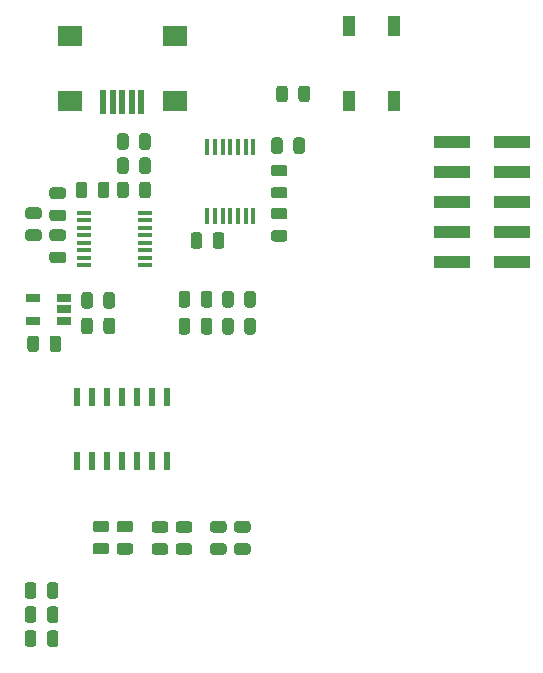
<source format=gtp>
%TF.GenerationSoftware,KiCad,Pcbnew,(5.1.6-0-10_14)*%
%TF.CreationDate,2020-07-28T22:12:12-04:00*%
%TF.ProjectId,uRemote,7552656d-6f74-4652-9e6b-696361645f70,rev?*%
%TF.SameCoordinates,Original*%
%TF.FileFunction,Paste,Top*%
%TF.FilePolarity,Positive*%
%FSLAX46Y46*%
G04 Gerber Fmt 4.6, Leading zero omitted, Abs format (unit mm)*
G04 Created by KiCad (PCBNEW (5.1.6-0-10_14)) date 2020-07-28 22:12:12*
%MOMM*%
%LPD*%
G01*
G04 APERTURE LIST*
%ADD10R,3.150000X1.000000*%
%ADD11R,0.450000X1.450000*%
%ADD12R,0.600000X1.500000*%
%ADD13R,0.500000X2.000000*%
%ADD14R,2.000000X1.700000*%
%ADD15R,1.000000X1.700000*%
%ADD16R,1.200000X0.400000*%
%ADD17R,1.220000X0.650000*%
G04 APERTURE END LIST*
D10*
%TO.C,J1*%
X65025000Y-41880000D03*
X59975000Y-41880000D03*
X65025000Y-39340000D03*
X59975000Y-39340000D03*
X65025000Y-36800000D03*
X59975000Y-36800000D03*
X65025000Y-34260000D03*
X59975000Y-34260000D03*
X65025000Y-31720000D03*
X59975000Y-31720000D03*
%TD*%
D11*
%TO.C,U4*%
X43116700Y-32092200D03*
X42466700Y-32092200D03*
X41816700Y-32092200D03*
X41166700Y-32092200D03*
X40516700Y-32092200D03*
X39866700Y-32092200D03*
X39216700Y-32092200D03*
X39216700Y-37992200D03*
X39866700Y-37992200D03*
X40516700Y-37992200D03*
X41166700Y-37992200D03*
X41816700Y-37992200D03*
X42466700Y-37992200D03*
X43116700Y-37992200D03*
%TD*%
%TO.C,R1*%
G36*
G01*
X32550000Y-33243750D02*
X32550000Y-34156250D01*
G75*
G02*
X32306250Y-34400000I-243750J0D01*
G01*
X31818750Y-34400000D01*
G75*
G02*
X31575000Y-34156250I0J243750D01*
G01*
X31575000Y-33243750D01*
G75*
G02*
X31818750Y-33000000I243750J0D01*
G01*
X32306250Y-33000000D01*
G75*
G02*
X32550000Y-33243750I0J-243750D01*
G01*
G37*
G36*
G01*
X34425000Y-33243750D02*
X34425000Y-34156250D01*
G75*
G02*
X34181250Y-34400000I-243750J0D01*
G01*
X33693750Y-34400000D01*
G75*
G02*
X33450000Y-34156250I0J243750D01*
G01*
X33450000Y-33243750D01*
G75*
G02*
X33693750Y-33000000I243750J0D01*
G01*
X34181250Y-33000000D01*
G75*
G02*
X34425000Y-33243750I0J-243750D01*
G01*
G37*
%TD*%
D12*
%TO.C,U1*%
X28190000Y-53300000D03*
X29460000Y-53300000D03*
X30730000Y-53300000D03*
X32000000Y-53300000D03*
X33270000Y-53300000D03*
X34540000Y-53300000D03*
X35810000Y-53300000D03*
X35810000Y-58700000D03*
X34540000Y-58700000D03*
X33270000Y-58700000D03*
X32000000Y-58700000D03*
X30730000Y-58700000D03*
X29460000Y-58700000D03*
X28190000Y-58700000D03*
%TD*%
%TO.C,FB1*%
G36*
G01*
X24043750Y-39100000D02*
X24956250Y-39100000D01*
G75*
G02*
X25200000Y-39343750I0J-243750D01*
G01*
X25200000Y-39831250D01*
G75*
G02*
X24956250Y-40075000I-243750J0D01*
G01*
X24043750Y-40075000D01*
G75*
G02*
X23800000Y-39831250I0J243750D01*
G01*
X23800000Y-39343750D01*
G75*
G02*
X24043750Y-39100000I243750J0D01*
G01*
G37*
G36*
G01*
X24043750Y-37225000D02*
X24956250Y-37225000D01*
G75*
G02*
X25200000Y-37468750I0J-243750D01*
G01*
X25200000Y-37956250D01*
G75*
G02*
X24956250Y-38200000I-243750J0D01*
G01*
X24043750Y-38200000D01*
G75*
G02*
X23800000Y-37956250I0J243750D01*
G01*
X23800000Y-37468750D01*
G75*
G02*
X24043750Y-37225000I243750J0D01*
G01*
G37*
%TD*%
%TO.C,C1*%
G36*
G01*
X29950000Y-36206250D02*
X29950000Y-35293750D01*
G75*
G02*
X30193750Y-35050000I243750J0D01*
G01*
X30681250Y-35050000D01*
G75*
G02*
X30925000Y-35293750I0J-243750D01*
G01*
X30925000Y-36206250D01*
G75*
G02*
X30681250Y-36450000I-243750J0D01*
G01*
X30193750Y-36450000D01*
G75*
G02*
X29950000Y-36206250I0J243750D01*
G01*
G37*
G36*
G01*
X28075000Y-36206250D02*
X28075000Y-35293750D01*
G75*
G02*
X28318750Y-35050000I243750J0D01*
G01*
X28806250Y-35050000D01*
G75*
G02*
X29050000Y-35293750I0J-243750D01*
G01*
X29050000Y-36206250D01*
G75*
G02*
X28806250Y-36450000I-243750J0D01*
G01*
X28318750Y-36450000D01*
G75*
G02*
X28075000Y-36206250I0J243750D01*
G01*
G37*
%TD*%
%TO.C,C2*%
G36*
G01*
X26097050Y-40972900D02*
X27009550Y-40972900D01*
G75*
G02*
X27253300Y-41216650I0J-243750D01*
G01*
X27253300Y-41704150D01*
G75*
G02*
X27009550Y-41947900I-243750J0D01*
G01*
X26097050Y-41947900D01*
G75*
G02*
X25853300Y-41704150I0J243750D01*
G01*
X25853300Y-41216650D01*
G75*
G02*
X26097050Y-40972900I243750J0D01*
G01*
G37*
G36*
G01*
X26097050Y-39097900D02*
X27009550Y-39097900D01*
G75*
G02*
X27253300Y-39341650I0J-243750D01*
G01*
X27253300Y-39829150D01*
G75*
G02*
X27009550Y-40072900I-243750J0D01*
G01*
X26097050Y-40072900D01*
G75*
G02*
X25853300Y-39829150I0J243750D01*
G01*
X25853300Y-39341650D01*
G75*
G02*
X26097050Y-39097900I243750J0D01*
G01*
G37*
%TD*%
%TO.C,C3*%
G36*
G01*
X31575000Y-32106250D02*
X31575000Y-31193750D01*
G75*
G02*
X31818750Y-30950000I243750J0D01*
G01*
X32306250Y-30950000D01*
G75*
G02*
X32550000Y-31193750I0J-243750D01*
G01*
X32550000Y-32106250D01*
G75*
G02*
X32306250Y-32350000I-243750J0D01*
G01*
X31818750Y-32350000D01*
G75*
G02*
X31575000Y-32106250I0J243750D01*
G01*
G37*
G36*
G01*
X33450000Y-32106250D02*
X33450000Y-31193750D01*
G75*
G02*
X33693750Y-30950000I243750J0D01*
G01*
X34181250Y-30950000D01*
G75*
G02*
X34425000Y-31193750I0J-243750D01*
G01*
X34425000Y-32106250D01*
G75*
G02*
X34181250Y-32350000I-243750J0D01*
G01*
X33693750Y-32350000D01*
G75*
G02*
X33450000Y-32106250I0J243750D01*
G01*
G37*
%TD*%
%TO.C,C4*%
G36*
G01*
X41721450Y-63783900D02*
X42633950Y-63783900D01*
G75*
G02*
X42877700Y-64027650I0J-243750D01*
G01*
X42877700Y-64515150D01*
G75*
G02*
X42633950Y-64758900I-243750J0D01*
G01*
X41721450Y-64758900D01*
G75*
G02*
X41477700Y-64515150I0J243750D01*
G01*
X41477700Y-64027650D01*
G75*
G02*
X41721450Y-63783900I243750J0D01*
G01*
G37*
G36*
G01*
X41721450Y-65658900D02*
X42633950Y-65658900D01*
G75*
G02*
X42877700Y-65902650I0J-243750D01*
G01*
X42877700Y-66390150D01*
G75*
G02*
X42633950Y-66633900I-243750J0D01*
G01*
X41721450Y-66633900D01*
G75*
G02*
X41477700Y-66390150I0J243750D01*
G01*
X41477700Y-65902650D01*
G75*
G02*
X41721450Y-65658900I243750J0D01*
G01*
G37*
%TD*%
%TO.C,C5*%
G36*
G01*
X27009550Y-36516900D02*
X26097050Y-36516900D01*
G75*
G02*
X25853300Y-36273150I0J243750D01*
G01*
X25853300Y-35785650D01*
G75*
G02*
X26097050Y-35541900I243750J0D01*
G01*
X27009550Y-35541900D01*
G75*
G02*
X27253300Y-35785650I0J-243750D01*
G01*
X27253300Y-36273150D01*
G75*
G02*
X27009550Y-36516900I-243750J0D01*
G01*
G37*
G36*
G01*
X27009550Y-38391900D02*
X26097050Y-38391900D01*
G75*
G02*
X25853300Y-38148150I0J243750D01*
G01*
X25853300Y-37660650D01*
G75*
G02*
X26097050Y-37416900I243750J0D01*
G01*
X27009550Y-37416900D01*
G75*
G02*
X27253300Y-37660650I0J-243750D01*
G01*
X27253300Y-38148150D01*
G75*
G02*
X27009550Y-38391900I-243750J0D01*
G01*
G37*
%TD*%
%TO.C,C6*%
G36*
G01*
X30657850Y-64733500D02*
X29745350Y-64733500D01*
G75*
G02*
X29501600Y-64489750I0J243750D01*
G01*
X29501600Y-64002250D01*
G75*
G02*
X29745350Y-63758500I243750J0D01*
G01*
X30657850Y-63758500D01*
G75*
G02*
X30901600Y-64002250I0J-243750D01*
G01*
X30901600Y-64489750D01*
G75*
G02*
X30657850Y-64733500I-243750J0D01*
G01*
G37*
G36*
G01*
X30657850Y-66608500D02*
X29745350Y-66608500D01*
G75*
G02*
X29501600Y-66364750I0J243750D01*
G01*
X29501600Y-65877250D01*
G75*
G02*
X29745350Y-65633500I243750J0D01*
G01*
X30657850Y-65633500D01*
G75*
G02*
X30901600Y-65877250I0J-243750D01*
G01*
X30901600Y-66364750D01*
G75*
G02*
X30657850Y-66608500I-243750J0D01*
G01*
G37*
%TD*%
%TO.C,C7*%
G36*
G01*
X34749150Y-63796600D02*
X35661650Y-63796600D01*
G75*
G02*
X35905400Y-64040350I0J-243750D01*
G01*
X35905400Y-64527850D01*
G75*
G02*
X35661650Y-64771600I-243750J0D01*
G01*
X34749150Y-64771600D01*
G75*
G02*
X34505400Y-64527850I0J243750D01*
G01*
X34505400Y-64040350D01*
G75*
G02*
X34749150Y-63796600I243750J0D01*
G01*
G37*
G36*
G01*
X34749150Y-65671600D02*
X35661650Y-65671600D01*
G75*
G02*
X35905400Y-65915350I0J-243750D01*
G01*
X35905400Y-66402850D01*
G75*
G02*
X35661650Y-66646600I-243750J0D01*
G01*
X34749150Y-66646600D01*
G75*
G02*
X34505400Y-66402850I0J243750D01*
G01*
X34505400Y-65915350D01*
G75*
G02*
X34749150Y-65671600I243750J0D01*
G01*
G37*
%TD*%
%TO.C,C8*%
G36*
G01*
X40654200Y-39585950D02*
X40654200Y-40498450D01*
G75*
G02*
X40410450Y-40742200I-243750J0D01*
G01*
X39922950Y-40742200D01*
G75*
G02*
X39679200Y-40498450I0J243750D01*
G01*
X39679200Y-39585950D01*
G75*
G02*
X39922950Y-39342200I243750J0D01*
G01*
X40410450Y-39342200D01*
G75*
G02*
X40654200Y-39585950I0J-243750D01*
G01*
G37*
G36*
G01*
X38779200Y-39585950D02*
X38779200Y-40498450D01*
G75*
G02*
X38535450Y-40742200I-243750J0D01*
G01*
X38047950Y-40742200D01*
G75*
G02*
X37804200Y-40498450I0J243750D01*
G01*
X37804200Y-39585950D01*
G75*
G02*
X38047950Y-39342200I243750J0D01*
G01*
X38535450Y-39342200D01*
G75*
G02*
X38779200Y-39585950I0J-243750D01*
G01*
G37*
%TD*%
%TO.C,RX*%
G36*
G01*
X37765500Y-44550250D02*
X37765500Y-45462750D01*
G75*
G02*
X37521750Y-45706500I-243750J0D01*
G01*
X37034250Y-45706500D01*
G75*
G02*
X36790500Y-45462750I0J243750D01*
G01*
X36790500Y-44550250D01*
G75*
G02*
X37034250Y-44306500I243750J0D01*
G01*
X37521750Y-44306500D01*
G75*
G02*
X37765500Y-44550250I0J-243750D01*
G01*
G37*
G36*
G01*
X39640500Y-44550250D02*
X39640500Y-45462750D01*
G75*
G02*
X39396750Y-45706500I-243750J0D01*
G01*
X38909250Y-45706500D01*
G75*
G02*
X38665500Y-45462750I0J243750D01*
G01*
X38665500Y-44550250D01*
G75*
G02*
X38909250Y-44306500I243750J0D01*
G01*
X39396750Y-44306500D01*
G75*
G02*
X39640500Y-44550250I0J-243750D01*
G01*
G37*
%TD*%
%TO.C,TX*%
G36*
G01*
X39640500Y-46836250D02*
X39640500Y-47748750D01*
G75*
G02*
X39396750Y-47992500I-243750J0D01*
G01*
X38909250Y-47992500D01*
G75*
G02*
X38665500Y-47748750I0J243750D01*
G01*
X38665500Y-46836250D01*
G75*
G02*
X38909250Y-46592500I243750J0D01*
G01*
X39396750Y-46592500D01*
G75*
G02*
X39640500Y-46836250I0J-243750D01*
G01*
G37*
G36*
G01*
X37765500Y-46836250D02*
X37765500Y-47748750D01*
G75*
G02*
X37521750Y-47992500I-243750J0D01*
G01*
X37034250Y-47992500D01*
G75*
G02*
X36790500Y-47748750I0J243750D01*
G01*
X36790500Y-46836250D01*
G75*
G02*
X37034250Y-46592500I243750J0D01*
G01*
X37521750Y-46592500D01*
G75*
G02*
X37765500Y-46836250I0J-243750D01*
G01*
G37*
%TD*%
%TO.C,CHRG*%
G36*
G01*
X29525300Y-44643750D02*
X29525300Y-45556250D01*
G75*
G02*
X29281550Y-45800000I-243750J0D01*
G01*
X28794050Y-45800000D01*
G75*
G02*
X28550300Y-45556250I0J243750D01*
G01*
X28550300Y-44643750D01*
G75*
G02*
X28794050Y-44400000I243750J0D01*
G01*
X29281550Y-44400000D01*
G75*
G02*
X29525300Y-44643750I0J-243750D01*
G01*
G37*
G36*
G01*
X31400300Y-44643750D02*
X31400300Y-45556250D01*
G75*
G02*
X31156550Y-45800000I-243750J0D01*
G01*
X30669050Y-45800000D01*
G75*
G02*
X30425300Y-45556250I0J243750D01*
G01*
X30425300Y-44643750D01*
G75*
G02*
X30669050Y-44400000I243750J0D01*
G01*
X31156550Y-44400000D01*
G75*
G02*
X31400300Y-44643750I0J-243750D01*
G01*
G37*
%TD*%
%TO.C,LED*%
G36*
G01*
X45756250Y-36475000D02*
X44843750Y-36475000D01*
G75*
G02*
X44600000Y-36231250I0J243750D01*
G01*
X44600000Y-35743750D01*
G75*
G02*
X44843750Y-35500000I243750J0D01*
G01*
X45756250Y-35500000D01*
G75*
G02*
X46000000Y-35743750I0J-243750D01*
G01*
X46000000Y-36231250D01*
G75*
G02*
X45756250Y-36475000I-243750J0D01*
G01*
G37*
G36*
G01*
X45756250Y-34600000D02*
X44843750Y-34600000D01*
G75*
G02*
X44600000Y-34356250I0J243750D01*
G01*
X44600000Y-33868750D01*
G75*
G02*
X44843750Y-33625000I243750J0D01*
G01*
X45756250Y-33625000D01*
G75*
G02*
X46000000Y-33868750I0J-243750D01*
G01*
X46000000Y-34356250D01*
G75*
G02*
X45756250Y-34600000I-243750J0D01*
G01*
G37*
%TD*%
D13*
%TO.C,J2*%
X33600000Y-28300000D03*
X32800000Y-28300000D03*
X32000000Y-28300000D03*
X31200000Y-28300000D03*
X30400000Y-28300000D03*
D14*
X36450000Y-28200000D03*
X36450000Y-22750000D03*
X27550000Y-28200000D03*
X27550000Y-22750000D03*
%TD*%
%TO.C,R2*%
G36*
G01*
X31575000Y-36206250D02*
X31575000Y-35293750D01*
G75*
G02*
X31818750Y-35050000I243750J0D01*
G01*
X32306250Y-35050000D01*
G75*
G02*
X32550000Y-35293750I0J-243750D01*
G01*
X32550000Y-36206250D01*
G75*
G02*
X32306250Y-36450000I-243750J0D01*
G01*
X31818750Y-36450000D01*
G75*
G02*
X31575000Y-36206250I0J243750D01*
G01*
G37*
G36*
G01*
X33450000Y-36206250D02*
X33450000Y-35293750D01*
G75*
G02*
X33693750Y-35050000I243750J0D01*
G01*
X34181250Y-35050000D01*
G75*
G02*
X34425000Y-35293750I0J-243750D01*
G01*
X34425000Y-36206250D01*
G75*
G02*
X34181250Y-36450000I-243750J0D01*
G01*
X33693750Y-36450000D01*
G75*
G02*
X33450000Y-36206250I0J243750D01*
G01*
G37*
%TD*%
%TO.C,R3*%
G36*
G01*
X40601950Y-64758900D02*
X39689450Y-64758900D01*
G75*
G02*
X39445700Y-64515150I0J243750D01*
G01*
X39445700Y-64027650D01*
G75*
G02*
X39689450Y-63783900I243750J0D01*
G01*
X40601950Y-63783900D01*
G75*
G02*
X40845700Y-64027650I0J-243750D01*
G01*
X40845700Y-64515150D01*
G75*
G02*
X40601950Y-64758900I-243750J0D01*
G01*
G37*
G36*
G01*
X40601950Y-66633900D02*
X39689450Y-66633900D01*
G75*
G02*
X39445700Y-66390150I0J243750D01*
G01*
X39445700Y-65902650D01*
G75*
G02*
X39689450Y-65658900I243750J0D01*
G01*
X40601950Y-65658900D01*
G75*
G02*
X40845700Y-65902650I0J-243750D01*
G01*
X40845700Y-66390150D01*
G75*
G02*
X40601950Y-66633900I-243750J0D01*
G01*
G37*
%TD*%
%TO.C,R4*%
G36*
G01*
X23760100Y-74199550D02*
X23760100Y-73287050D01*
G75*
G02*
X24003850Y-73043300I243750J0D01*
G01*
X24491350Y-73043300D01*
G75*
G02*
X24735100Y-73287050I0J-243750D01*
G01*
X24735100Y-74199550D01*
G75*
G02*
X24491350Y-74443300I-243750J0D01*
G01*
X24003850Y-74443300D01*
G75*
G02*
X23760100Y-74199550I0J243750D01*
G01*
G37*
G36*
G01*
X25635100Y-74199550D02*
X25635100Y-73287050D01*
G75*
G02*
X25878850Y-73043300I243750J0D01*
G01*
X26366350Y-73043300D01*
G75*
G02*
X26610100Y-73287050I0J-243750D01*
G01*
X26610100Y-74199550D01*
G75*
G02*
X26366350Y-74443300I-243750J0D01*
G01*
X25878850Y-74443300D01*
G75*
G02*
X25635100Y-74199550I0J243750D01*
G01*
G37*
%TD*%
%TO.C,R5*%
G36*
G01*
X25638900Y-72167550D02*
X25638900Y-71255050D01*
G75*
G02*
X25882650Y-71011300I243750J0D01*
G01*
X26370150Y-71011300D01*
G75*
G02*
X26613900Y-71255050I0J-243750D01*
G01*
X26613900Y-72167550D01*
G75*
G02*
X26370150Y-72411300I-243750J0D01*
G01*
X25882650Y-72411300D01*
G75*
G02*
X25638900Y-72167550I0J243750D01*
G01*
G37*
G36*
G01*
X23763900Y-72167550D02*
X23763900Y-71255050D01*
G75*
G02*
X24007650Y-71011300I243750J0D01*
G01*
X24495150Y-71011300D01*
G75*
G02*
X24738900Y-71255050I0J-243750D01*
G01*
X24738900Y-72167550D01*
G75*
G02*
X24495150Y-72411300I-243750J0D01*
G01*
X24007650Y-72411300D01*
G75*
G02*
X23763900Y-72167550I0J243750D01*
G01*
G37*
%TD*%
%TO.C,R6*%
G36*
G01*
X25638900Y-70123850D02*
X25638900Y-69211350D01*
G75*
G02*
X25882650Y-68967600I243750J0D01*
G01*
X26370150Y-68967600D01*
G75*
G02*
X26613900Y-69211350I0J-243750D01*
G01*
X26613900Y-70123850D01*
G75*
G02*
X26370150Y-70367600I-243750J0D01*
G01*
X25882650Y-70367600D01*
G75*
G02*
X25638900Y-70123850I0J243750D01*
G01*
G37*
G36*
G01*
X23763900Y-70123850D02*
X23763900Y-69211350D01*
G75*
G02*
X24007650Y-68967600I243750J0D01*
G01*
X24495150Y-68967600D01*
G75*
G02*
X24738900Y-69211350I0J-243750D01*
G01*
X24738900Y-70123850D01*
G75*
G02*
X24495150Y-70367600I-243750J0D01*
G01*
X24007650Y-70367600D01*
G75*
G02*
X23763900Y-70123850I0J243750D01*
G01*
G37*
%TD*%
%TO.C,R7*%
G36*
G01*
X47475000Y-31543750D02*
X47475000Y-32456250D01*
G75*
G02*
X47231250Y-32700000I-243750J0D01*
G01*
X46743750Y-32700000D01*
G75*
G02*
X46500000Y-32456250I0J243750D01*
G01*
X46500000Y-31543750D01*
G75*
G02*
X46743750Y-31300000I243750J0D01*
G01*
X47231250Y-31300000D01*
G75*
G02*
X47475000Y-31543750I0J-243750D01*
G01*
G37*
G36*
G01*
X45600000Y-31543750D02*
X45600000Y-32456250D01*
G75*
G02*
X45356250Y-32700000I-243750J0D01*
G01*
X44868750Y-32700000D01*
G75*
G02*
X44625000Y-32456250I0J243750D01*
G01*
X44625000Y-31543750D01*
G75*
G02*
X44868750Y-31300000I243750J0D01*
G01*
X45356250Y-31300000D01*
G75*
G02*
X45600000Y-31543750I0J-243750D01*
G01*
G37*
%TD*%
%TO.C,R8*%
G36*
G01*
X31777350Y-65646200D02*
X32689850Y-65646200D01*
G75*
G02*
X32933600Y-65889950I0J-243750D01*
G01*
X32933600Y-66377450D01*
G75*
G02*
X32689850Y-66621200I-243750J0D01*
G01*
X31777350Y-66621200D01*
G75*
G02*
X31533600Y-66377450I0J243750D01*
G01*
X31533600Y-65889950D01*
G75*
G02*
X31777350Y-65646200I243750J0D01*
G01*
G37*
G36*
G01*
X31777350Y-63771200D02*
X32689850Y-63771200D01*
G75*
G02*
X32933600Y-64014950I0J-243750D01*
G01*
X32933600Y-64502450D01*
G75*
G02*
X32689850Y-64746200I-243750J0D01*
G01*
X31777350Y-64746200D01*
G75*
G02*
X31533600Y-64502450I0J243750D01*
G01*
X31533600Y-64014950D01*
G75*
G02*
X31777350Y-63771200I243750J0D01*
G01*
G37*
%TD*%
%TO.C,R9*%
G36*
G01*
X36781150Y-63796600D02*
X37693650Y-63796600D01*
G75*
G02*
X37937400Y-64040350I0J-243750D01*
G01*
X37937400Y-64527850D01*
G75*
G02*
X37693650Y-64771600I-243750J0D01*
G01*
X36781150Y-64771600D01*
G75*
G02*
X36537400Y-64527850I0J243750D01*
G01*
X36537400Y-64040350D01*
G75*
G02*
X36781150Y-63796600I243750J0D01*
G01*
G37*
G36*
G01*
X36781150Y-65671600D02*
X37693650Y-65671600D01*
G75*
G02*
X37937400Y-65915350I0J-243750D01*
G01*
X37937400Y-66402850D01*
G75*
G02*
X37693650Y-66646600I-243750J0D01*
G01*
X36781150Y-66646600D01*
G75*
G02*
X36537400Y-66402850I0J243750D01*
G01*
X36537400Y-65915350D01*
G75*
G02*
X36781150Y-65671600I243750J0D01*
G01*
G37*
%TD*%
%TO.C,R10*%
G36*
G01*
X41448500Y-44550250D02*
X41448500Y-45462750D01*
G75*
G02*
X41204750Y-45706500I-243750J0D01*
G01*
X40717250Y-45706500D01*
G75*
G02*
X40473500Y-45462750I0J243750D01*
G01*
X40473500Y-44550250D01*
G75*
G02*
X40717250Y-44306500I243750J0D01*
G01*
X41204750Y-44306500D01*
G75*
G02*
X41448500Y-44550250I0J-243750D01*
G01*
G37*
G36*
G01*
X43323500Y-44550250D02*
X43323500Y-45462750D01*
G75*
G02*
X43079750Y-45706500I-243750J0D01*
G01*
X42592250Y-45706500D01*
G75*
G02*
X42348500Y-45462750I0J243750D01*
G01*
X42348500Y-44550250D01*
G75*
G02*
X42592250Y-44306500I243750J0D01*
G01*
X43079750Y-44306500D01*
G75*
G02*
X43323500Y-44550250I0J-243750D01*
G01*
G37*
%TD*%
%TO.C,R11*%
G36*
G01*
X43323500Y-46836250D02*
X43323500Y-47748750D01*
G75*
G02*
X43079750Y-47992500I-243750J0D01*
G01*
X42592250Y-47992500D01*
G75*
G02*
X42348500Y-47748750I0J243750D01*
G01*
X42348500Y-46836250D01*
G75*
G02*
X42592250Y-46592500I243750J0D01*
G01*
X43079750Y-46592500D01*
G75*
G02*
X43323500Y-46836250I0J-243750D01*
G01*
G37*
G36*
G01*
X41448500Y-46836250D02*
X41448500Y-47748750D01*
G75*
G02*
X41204750Y-47992500I-243750J0D01*
G01*
X40717250Y-47992500D01*
G75*
G02*
X40473500Y-47748750I0J243750D01*
G01*
X40473500Y-46836250D01*
G75*
G02*
X40717250Y-46592500I243750J0D01*
G01*
X41204750Y-46592500D01*
G75*
G02*
X41448500Y-46836250I0J-243750D01*
G01*
G37*
%TD*%
%TO.C,R12*%
G36*
G01*
X31400300Y-46809550D02*
X31400300Y-47722050D01*
G75*
G02*
X31156550Y-47965800I-243750J0D01*
G01*
X30669050Y-47965800D01*
G75*
G02*
X30425300Y-47722050I0J243750D01*
G01*
X30425300Y-46809550D01*
G75*
G02*
X30669050Y-46565800I243750J0D01*
G01*
X31156550Y-46565800D01*
G75*
G02*
X31400300Y-46809550I0J-243750D01*
G01*
G37*
G36*
G01*
X29525300Y-46809550D02*
X29525300Y-47722050D01*
G75*
G02*
X29281550Y-47965800I-243750J0D01*
G01*
X28794050Y-47965800D01*
G75*
G02*
X28550300Y-47722050I0J243750D01*
G01*
X28550300Y-46809550D01*
G75*
G02*
X28794050Y-46565800I243750J0D01*
G01*
X29281550Y-46565800D01*
G75*
G02*
X29525300Y-46809550I0J-243750D01*
G01*
G37*
%TD*%
%TO.C,R13*%
G36*
G01*
X23991000Y-49233350D02*
X23991000Y-48320850D01*
G75*
G02*
X24234750Y-48077100I243750J0D01*
G01*
X24722250Y-48077100D01*
G75*
G02*
X24966000Y-48320850I0J-243750D01*
G01*
X24966000Y-49233350D01*
G75*
G02*
X24722250Y-49477100I-243750J0D01*
G01*
X24234750Y-49477100D01*
G75*
G02*
X23991000Y-49233350I0J243750D01*
G01*
G37*
G36*
G01*
X25866000Y-49233350D02*
X25866000Y-48320850D01*
G75*
G02*
X26109750Y-48077100I243750J0D01*
G01*
X26597250Y-48077100D01*
G75*
G02*
X26841000Y-48320850I0J-243750D01*
G01*
X26841000Y-49233350D01*
G75*
G02*
X26597250Y-49477100I-243750J0D01*
G01*
X26109750Y-49477100D01*
G75*
G02*
X25866000Y-49233350I0J243750D01*
G01*
G37*
%TD*%
%TO.C,R14*%
G36*
G01*
X45756250Y-40125000D02*
X44843750Y-40125000D01*
G75*
G02*
X44600000Y-39881250I0J243750D01*
G01*
X44600000Y-39393750D01*
G75*
G02*
X44843750Y-39150000I243750J0D01*
G01*
X45756250Y-39150000D01*
G75*
G02*
X46000000Y-39393750I0J-243750D01*
G01*
X46000000Y-39881250D01*
G75*
G02*
X45756250Y-40125000I-243750J0D01*
G01*
G37*
G36*
G01*
X45756250Y-38250000D02*
X44843750Y-38250000D01*
G75*
G02*
X44600000Y-38006250I0J243750D01*
G01*
X44600000Y-37518750D01*
G75*
G02*
X44843750Y-37275000I243750J0D01*
G01*
X45756250Y-37275000D01*
G75*
G02*
X46000000Y-37518750I0J-243750D01*
G01*
X46000000Y-38006250D01*
G75*
G02*
X45756250Y-38250000I-243750J0D01*
G01*
G37*
%TD*%
%TO.C,R15*%
G36*
G01*
X46032000Y-27166250D02*
X46032000Y-28078750D01*
G75*
G02*
X45788250Y-28322500I-243750J0D01*
G01*
X45300750Y-28322500D01*
G75*
G02*
X45057000Y-28078750I0J243750D01*
G01*
X45057000Y-27166250D01*
G75*
G02*
X45300750Y-26922500I243750J0D01*
G01*
X45788250Y-26922500D01*
G75*
G02*
X46032000Y-27166250I0J-243750D01*
G01*
G37*
G36*
G01*
X47907000Y-27166250D02*
X47907000Y-28078750D01*
G75*
G02*
X47663250Y-28322500I-243750J0D01*
G01*
X47175750Y-28322500D01*
G75*
G02*
X46932000Y-28078750I0J243750D01*
G01*
X46932000Y-27166250D01*
G75*
G02*
X47175750Y-26922500I243750J0D01*
G01*
X47663250Y-26922500D01*
G75*
G02*
X47907000Y-27166250I0J-243750D01*
G01*
G37*
%TD*%
D15*
%TO.C,RESET*%
X55050000Y-21900000D03*
X55050000Y-28200000D03*
X51250000Y-21900000D03*
X51250000Y-28200000D03*
%TD*%
D16*
%TO.C,U2*%
X33950000Y-42122500D03*
X33950000Y-41487500D03*
X33950000Y-40852500D03*
X33950000Y-40217500D03*
X33950000Y-39582500D03*
X33950000Y-38947500D03*
X33950000Y-38312500D03*
X33950000Y-37677500D03*
X28750000Y-37677500D03*
X28750000Y-38312500D03*
X28750000Y-38947500D03*
X28750000Y-39582500D03*
X28750000Y-40217500D03*
X28750000Y-40852500D03*
X28750000Y-41487500D03*
X28750000Y-42122500D03*
%TD*%
D17*
%TO.C,U3*%
X27107000Y-46806100D03*
X27107000Y-45856100D03*
X27107000Y-44906100D03*
X24487000Y-44906100D03*
X24487000Y-46806100D03*
%TD*%
M02*

</source>
